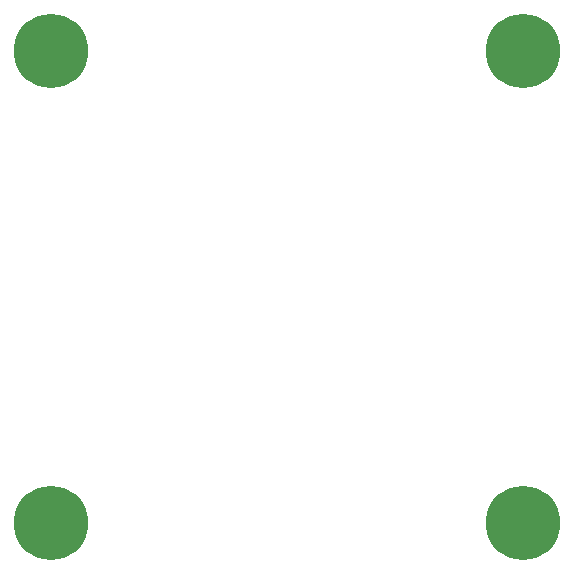
<source format=gts>
%TF.GenerationSoftware,KiCad,Pcbnew,(5.1.6)-1*%
%TF.CreationDate,2021-12-25T16:32:49-05:00*%
%TF.ProjectId,area,61726561-2e6b-4696-9361-645f70636258,rev?*%
%TF.SameCoordinates,Original*%
%TF.FileFunction,Soldermask,Top*%
%TF.FilePolarity,Negative*%
%FSLAX46Y46*%
G04 Gerber Fmt 4.6, Leading zero omitted, Abs format (unit mm)*
G04 Created by KiCad (PCBNEW (5.1.6)-1) date 2021-12-25 16:32:49*
%MOMM*%
%LPD*%
G01*
G04 APERTURE LIST*
%ADD10C,6.300000*%
G04 APERTURE END LIST*
D10*
%TO.C,H4*%
X109000000Y-115000000D03*
%TD*%
%TO.C,H3*%
X109000000Y-75000000D03*
%TD*%
%TO.C,H2*%
X69000000Y-115000000D03*
%TD*%
%TO.C,H1*%
X69000000Y-75000000D03*
%TD*%
M02*

</source>
